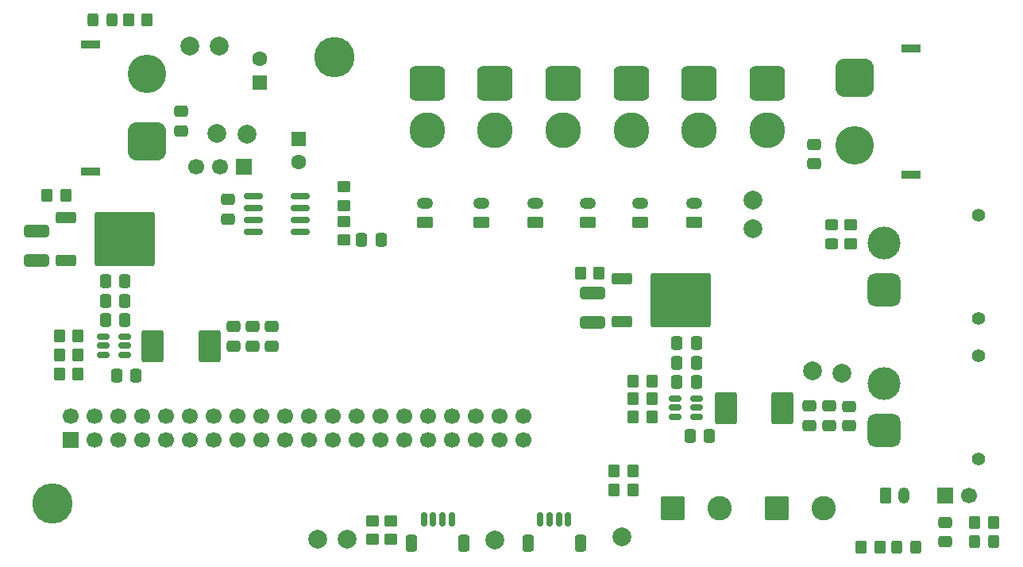
<source format=gts>
%TF.GenerationSoftware,KiCad,Pcbnew,9.0.5*%
%TF.CreationDate,2025-10-22T13:12:41-04:00*%
%TF.ProjectId,mainBoard,6d61696e-426f-4617-9264-2e6b69636164,rev?*%
%TF.SameCoordinates,Original*%
%TF.FileFunction,Soldermask,Top*%
%TF.FilePolarity,Negative*%
%FSLAX46Y46*%
G04 Gerber Fmt 4.6, Leading zero omitted, Abs format (unit mm)*
G04 Created by KiCad (PCBNEW 9.0.5) date 2025-10-22 13:12:41*
%MOMM*%
%LPD*%
G01*
G04 APERTURE LIST*
G04 Aperture macros list*
%AMRoundRect*
0 Rectangle with rounded corners*
0 $1 Rounding radius*
0 $2 $3 $4 $5 $6 $7 $8 $9 X,Y pos of 4 corners*
0 Add a 4 corners polygon primitive as box body*
4,1,4,$2,$3,$4,$5,$6,$7,$8,$9,$2,$3,0*
0 Add four circle primitives for the rounded corners*
1,1,$1+$1,$2,$3*
1,1,$1+$1,$4,$5*
1,1,$1+$1,$6,$7*
1,1,$1+$1,$8,$9*
0 Add four rect primitives between the rounded corners*
20,1,$1+$1,$2,$3,$4,$5,0*
20,1,$1+$1,$4,$5,$6,$7,0*
20,1,$1+$1,$6,$7,$8,$9,0*
20,1,$1+$1,$8,$9,$2,$3,0*%
G04 Aperture macros list end*
%ADD10RoundRect,0.250000X0.550000X-0.550000X0.550000X0.550000X-0.550000X0.550000X-0.550000X-0.550000X0*%
%ADD11C,1.600000*%
%ADD12RoundRect,0.250000X-0.550000X0.550000X-0.550000X-0.550000X0.550000X-0.550000X0.550000X0.550000X0*%
%ADD13C,2.000000*%
%ADD14RoundRect,0.250000X-0.475000X0.337500X-0.475000X-0.337500X0.475000X-0.337500X0.475000X0.337500X0*%
%ADD15RoundRect,0.250000X0.475000X-0.337500X0.475000X0.337500X-0.475000X0.337500X-0.475000X-0.337500X0*%
%ADD16RoundRect,0.250000X0.625000X-0.350000X0.625000X0.350000X-0.625000X0.350000X-0.625000X-0.350000X0*%
%ADD17O,1.750000X1.200000*%
%ADD18RoundRect,0.250000X-0.850000X-0.350000X0.850000X-0.350000X0.850000X0.350000X-0.850000X0.350000X0*%
%ADD19RoundRect,0.249997X-2.950003X-2.650003X2.950003X-2.650003X2.950003X2.650003X-2.950003X2.650003X0*%
%ADD20RoundRect,0.250000X-0.350000X-0.450000X0.350000X-0.450000X0.350000X0.450000X-0.350000X0.450000X0*%
%ADD21RoundRect,0.150000X0.150000X0.625000X-0.150000X0.625000X-0.150000X-0.625000X0.150000X-0.625000X0*%
%ADD22RoundRect,0.250000X0.350000X0.650000X-0.350000X0.650000X-0.350000X-0.650000X0.350000X-0.650000X0*%
%ADD23RoundRect,0.250000X0.337500X0.475000X-0.337500X0.475000X-0.337500X-0.475000X0.337500X-0.475000X0*%
%ADD24R,2.000000X0.900000*%
%ADD25RoundRect,1.025000X1.025000X-1.025000X1.025000X1.025000X-1.025000X1.025000X-1.025000X-1.025000X0*%
%ADD26C,4.100000*%
%ADD27RoundRect,0.250000X-0.337500X-0.475000X0.337500X-0.475000X0.337500X0.475000X-0.337500X0.475000X0*%
%ADD28R,1.700000X1.700000*%
%ADD29C,1.700000*%
%ADD30RoundRect,0.250000X0.350000X0.450000X-0.350000X0.450000X-0.350000X-0.450000X0.350000X-0.450000X0*%
%ADD31RoundRect,0.150000X0.512500X0.150000X-0.512500X0.150000X-0.512500X-0.150000X0.512500X-0.150000X0*%
%ADD32RoundRect,0.250000X-1.050000X-1.050000X1.050000X-1.050000X1.050000X1.050000X-1.050000X1.050000X0*%
%ADD33C,2.600000*%
%ADD34RoundRect,0.760000X-1.140000X1.140000X-1.140000X-1.140000X1.140000X-1.140000X1.140000X1.140000X0*%
%ADD35C,3.800000*%
%ADD36RoundRect,0.250000X0.450000X-0.350000X0.450000X0.350000X-0.450000X0.350000X-0.450000X-0.350000X0*%
%ADD37C,4.300000*%
%ADD38RoundRect,0.150000X-0.825000X-0.150000X0.825000X-0.150000X0.825000X0.150000X-0.825000X0.150000X0*%
%ADD39RoundRect,0.250000X-0.350000X-0.625000X0.350000X-0.625000X0.350000X0.625000X-0.350000X0.625000X0*%
%ADD40O,1.200000X1.750000*%
%ADD41RoundRect,0.235000X-0.940000X-1.465000X0.940000X-1.465000X0.940000X1.465000X-0.940000X1.465000X0*%
%ADD42RoundRect,0.250000X0.325000X0.450000X-0.325000X0.450000X-0.325000X-0.450000X0.325000X-0.450000X0*%
%ADD43RoundRect,0.250000X-0.325000X-0.450000X0.325000X-0.450000X0.325000X0.450000X-0.325000X0.450000X0*%
%ADD44RoundRect,1.025000X-1.025000X1.025000X-1.025000X-1.025000X1.025000X-1.025000X1.025000X1.025000X0*%
%ADD45RoundRect,0.250000X0.450000X-0.325000X0.450000X0.325000X-0.450000X0.325000X-0.450000X-0.325000X0*%
%ADD46RoundRect,0.250000X-1.075000X0.400000X-1.075000X-0.400000X1.075000X-0.400000X1.075000X0.400000X0*%
%ADD47C,1.400000*%
%ADD48RoundRect,0.770000X-0.980000X0.980000X-0.980000X-0.980000X0.980000X-0.980000X0.980000X0.980000X0*%
%ADD49C,3.500000*%
G04 APERTURE END LIST*
D10*
%TO.C,C28*%
X80485786Y-34096595D03*
D11*
X80485786Y-31596595D03*
%TD*%
D12*
%TO.C,C27*%
X84685786Y-40114215D03*
D11*
X84685786Y-42614215D03*
%TD*%
D13*
%TO.C,TP1*%
X73035786Y-30214215D03*
%TD*%
D14*
%TO.C,C24*%
X139085786Y-68576715D03*
X139085786Y-70651715D03*
%TD*%
D15*
%TO.C,C14*%
X77085786Y-48651715D03*
X77085786Y-46576715D03*
%TD*%
D16*
%TO.C,J14*%
X104085786Y-49014215D03*
D17*
X104085786Y-47014215D03*
%TD*%
D18*
%TO.C,Q2*%
X119085786Y-55014215D03*
D19*
X125385786Y-57294215D03*
D18*
X119085786Y-59574215D03*
%TD*%
D20*
%TO.C,R29*%
X59135786Y-61139215D03*
X61135786Y-61139215D03*
%TD*%
D21*
%TO.C,J20*%
X100985786Y-80689215D03*
X99985786Y-80689215D03*
X98985786Y-80689215D03*
X97985786Y-80689215D03*
D22*
X102285786Y-83214215D03*
X96685786Y-83214215D03*
%TD*%
D13*
%TO.C,TP9*%
X139385786Y-64864215D03*
%TD*%
%TO.C,TP7*%
X133085786Y-49714215D03*
%TD*%
D23*
%TO.C,C20*%
X66110786Y-59444215D03*
X64035786Y-59444215D03*
%TD*%
D13*
%TO.C,TP6*%
X75885786Y-39514215D03*
%TD*%
D24*
%TO.C,J1*%
X62485786Y-43564215D03*
X62485786Y-30064215D03*
D25*
X68485786Y-40414215D03*
D26*
X68485786Y-33214215D03*
%TD*%
D27*
%TO.C,C4*%
X126348286Y-71814215D03*
X128423286Y-71814215D03*
%TD*%
D20*
%TO.C,R4*%
X156710786Y-81014215D03*
X158710786Y-81014215D03*
%TD*%
D28*
%TO.C,J23*%
X60385786Y-72214215D03*
D29*
X60385786Y-69674215D03*
X62925786Y-72214215D03*
X62925786Y-69674215D03*
X65465786Y-72214215D03*
X65465786Y-69674215D03*
X68005786Y-72214215D03*
X68005786Y-69674215D03*
X70545786Y-72214215D03*
X70545786Y-69674215D03*
X73085786Y-72214215D03*
X73085786Y-69674215D03*
X75625786Y-72214215D03*
X75625786Y-69674215D03*
X78165786Y-72214215D03*
X78165786Y-69674215D03*
X80705786Y-72214215D03*
X80705786Y-69674215D03*
X83245786Y-72214215D03*
X83245786Y-69674215D03*
X85785786Y-72214215D03*
X85785786Y-69674215D03*
X88325786Y-72214215D03*
X88325786Y-69674215D03*
X90865786Y-72214215D03*
X90865786Y-69674215D03*
X93405786Y-72214215D03*
X93405786Y-69674215D03*
X95945786Y-72214215D03*
X95945786Y-69674215D03*
X98485786Y-72214215D03*
X98485786Y-69674215D03*
X101025786Y-72214215D03*
X101025786Y-69674215D03*
X103565786Y-72214215D03*
X103565786Y-69674215D03*
X106105786Y-72214215D03*
X106105786Y-69674215D03*
X108645786Y-72214215D03*
X108645786Y-69674215D03*
%TD*%
D27*
%TO.C,C21*%
X65248286Y-65314215D03*
X67323286Y-65314215D03*
%TD*%
D13*
%TO.C,TP3*%
X119085786Y-82514215D03*
%TD*%
D30*
%TO.C,R16*%
X120285786Y-75514215D03*
X118285786Y-75514215D03*
%TD*%
D31*
%TO.C,U1*%
X127085786Y-69714215D03*
X127085786Y-68764215D03*
X127085786Y-67814215D03*
X124810786Y-67814215D03*
X124810786Y-68764215D03*
X124810786Y-69714215D03*
%TD*%
D13*
%TO.C,TP5*%
X79185786Y-39614215D03*
%TD*%
D32*
%TO.C,J17*%
X135635786Y-79486715D03*
D33*
X140635786Y-79486715D03*
%TD*%
D34*
%TO.C,J7*%
X127335786Y-34214215D03*
D35*
X127335786Y-39214215D03*
%TD*%
D36*
%TO.C,R8*%
X143495786Y-51294215D03*
X143495786Y-49294215D03*
%TD*%
D37*
%TO.C,H2*%
X88485786Y-31414215D03*
%TD*%
D34*
%TO.C,J10*%
X105585786Y-34214215D03*
D35*
X105585786Y-39214215D03*
%TD*%
D38*
%TO.C,IC1*%
X79835786Y-46174215D03*
X79835786Y-47444215D03*
X79835786Y-48714215D03*
X79835786Y-49984215D03*
X84785786Y-49984215D03*
X84785786Y-48714215D03*
X84785786Y-47444215D03*
X84785786Y-46174215D03*
%TD*%
D20*
%TO.C,R28*%
X59135786Y-65139215D03*
X61135786Y-65139215D03*
%TD*%
D39*
%TO.C,J21*%
X147185786Y-78164215D03*
D40*
X149185786Y-78164215D03*
%TD*%
D36*
%TO.C,R24*%
X89485786Y-50914215D03*
X89485786Y-48914215D03*
%TD*%
D20*
%TO.C,R31*%
X144585786Y-83614215D03*
X146585786Y-83614215D03*
%TD*%
D16*
%TO.C,J26*%
X126835786Y-49014215D03*
D17*
X126835786Y-47014215D03*
%TD*%
D30*
%TO.C,R15*%
X120285786Y-77514215D03*
X118285786Y-77514215D03*
%TD*%
D32*
%TO.C,J5*%
X124485786Y-79514215D03*
D33*
X129485786Y-79514215D03*
%TD*%
D23*
%TO.C,C2*%
X127048286Y-63964215D03*
X124973286Y-63964215D03*
%TD*%
D34*
%TO.C,J6*%
X134585786Y-34214215D03*
D35*
X134585786Y-39214215D03*
%TD*%
D15*
%TO.C,C15*%
X153585786Y-83051715D03*
X153585786Y-80976715D03*
%TD*%
D14*
%TO.C,C5*%
X143295786Y-68614215D03*
X143295786Y-70689215D03*
%TD*%
D18*
%TO.C,Q3*%
X59810786Y-48509215D03*
D19*
X66110786Y-50789215D03*
D18*
X59810786Y-53069215D03*
%TD*%
D16*
%TO.C,J25*%
X121085786Y-49014215D03*
D17*
X121085786Y-47014215D03*
%TD*%
D41*
%TO.C,L5*%
X69110786Y-62214215D03*
X75160786Y-62214215D03*
%TD*%
D31*
%TO.C,U3*%
X66135786Y-63114215D03*
X66135786Y-62164215D03*
X66135786Y-61214215D03*
X63860786Y-61214215D03*
X63860786Y-62164215D03*
X63860786Y-63114215D03*
%TD*%
D16*
%TO.C,J15*%
X109835786Y-49014215D03*
D17*
X109835786Y-47014215D03*
%TD*%
D42*
%TO.C,D4*%
X150410786Y-83614215D03*
X148360786Y-83614215D03*
%TD*%
D43*
%TO.C,D2*%
X62685786Y-27414215D03*
X64735786Y-27414215D03*
%TD*%
D20*
%TO.C,R5*%
X66510786Y-27414215D03*
X68510786Y-27414215D03*
%TD*%
D30*
%TO.C,R30*%
X61135786Y-63139215D03*
X59135786Y-63139215D03*
%TD*%
D13*
%TO.C,TP10*%
X86685786Y-82814215D03*
%TD*%
D20*
%TO.C,R2*%
X120285786Y-65914215D03*
X122285786Y-65914215D03*
%TD*%
D37*
%TO.C,H1*%
X58385786Y-79014215D03*
%TD*%
D13*
%TO.C,TP4*%
X89785786Y-82814215D03*
%TD*%
D24*
%TO.C,J2*%
X149935786Y-30464215D03*
X149935786Y-43964215D03*
D44*
X143935786Y-33614215D03*
D26*
X143935786Y-40814215D03*
%TD*%
D23*
%TO.C,C3*%
X127048286Y-66014215D03*
X124973286Y-66014215D03*
%TD*%
D16*
%TO.C,J13*%
X98085786Y-49014215D03*
D17*
X98085786Y-47014215D03*
%TD*%
D27*
%TO.C,C16*%
X91348286Y-50914215D03*
X93423286Y-50914215D03*
%TD*%
D28*
%TO.C,J22*%
X153585786Y-78164215D03*
D29*
X156125786Y-78164215D03*
%TD*%
D34*
%TO.C,J8*%
X120085786Y-34214215D03*
D35*
X120085786Y-39214215D03*
%TD*%
D45*
%TO.C,D3*%
X141485786Y-51314215D03*
X141485786Y-49264215D03*
%TD*%
D14*
%TO.C,C17*%
X139585786Y-40676715D03*
X139585786Y-42751715D03*
%TD*%
D46*
%TO.C,R23*%
X56735786Y-49964215D03*
X56735786Y-53064215D03*
%TD*%
D23*
%TO.C,C19*%
X66110786Y-57414215D03*
X64035786Y-57414215D03*
%TD*%
D28*
%TO.C,J12*%
X78825786Y-43114215D03*
D29*
X76285786Y-43114215D03*
X73745786Y-43114215D03*
%TD*%
D13*
%TO.C,TP11*%
X76185786Y-30214215D03*
%TD*%
D23*
%TO.C,C1*%
X127048286Y-61914215D03*
X124973286Y-61914215D03*
%TD*%
D14*
%TO.C,C18*%
X72085786Y-37176715D03*
X72085786Y-39251715D03*
%TD*%
D46*
%TO.C,R13*%
X115985786Y-56564215D03*
X115985786Y-59664215D03*
%TD*%
D36*
%TO.C,R25*%
X92485786Y-82814215D03*
X92485786Y-80814215D03*
%TD*%
D13*
%TO.C,TP2*%
X142585786Y-65114215D03*
%TD*%
D14*
%TO.C,C6*%
X141185786Y-68576715D03*
X141185786Y-70651715D03*
%TD*%
D15*
%TO.C,C23*%
X79735786Y-62214215D03*
X79735786Y-60139215D03*
%TD*%
D47*
%TO.C,J3*%
X157085786Y-63214215D03*
X157085786Y-74214215D03*
D48*
X147085786Y-71214215D03*
D49*
X147085786Y-66214215D03*
%TD*%
D47*
%TO.C,J4*%
X157085786Y-48214215D03*
X157085786Y-59214215D03*
D48*
X147085786Y-56214215D03*
D49*
X147085786Y-51214215D03*
%TD*%
D13*
%TO.C,TP12*%
X105585786Y-82914215D03*
%TD*%
D21*
%TO.C,J16*%
X113385786Y-80664215D03*
X112385786Y-80664215D03*
X111385786Y-80664215D03*
X110385786Y-80664215D03*
D22*
X114685786Y-83189215D03*
X109085786Y-83189215D03*
%TD*%
D16*
%TO.C,J24*%
X115435786Y-49014215D03*
D17*
X115435786Y-47014215D03*
%TD*%
D30*
%TO.C,R9*%
X116685786Y-54419215D03*
X114685786Y-54419215D03*
%TD*%
D36*
%TO.C,R26*%
X94485786Y-82814215D03*
X94485786Y-80814215D03*
%TD*%
D41*
%TO.C,L1*%
X130160786Y-68814215D03*
X136210786Y-68814215D03*
%TD*%
D13*
%TO.C,TP8*%
X133085786Y-46614215D03*
%TD*%
D43*
%TO.C,D1*%
X156685786Y-83014215D03*
X158735786Y-83014215D03*
%TD*%
D30*
%TO.C,R1*%
X122285786Y-67814215D03*
X120285786Y-67814215D03*
%TD*%
D23*
%TO.C,C7*%
X66130786Y-55314215D03*
X64055786Y-55314215D03*
%TD*%
D15*
%TO.C,C25*%
X81735786Y-62214215D03*
X81735786Y-60139215D03*
%TD*%
D34*
%TO.C,J9*%
X112835786Y-34214215D03*
D35*
X112835786Y-39214215D03*
%TD*%
D30*
%TO.C,R27*%
X59835786Y-46114215D03*
X57835786Y-46114215D03*
%TD*%
D15*
%TO.C,C22*%
X77735786Y-62214215D03*
X77735786Y-60139215D03*
%TD*%
D20*
%TO.C,R12*%
X120285786Y-69714215D03*
X122285786Y-69714215D03*
%TD*%
D36*
%TO.C,R3*%
X89485786Y-47214215D03*
X89485786Y-45214215D03*
%TD*%
D34*
%TO.C,J11*%
X98335786Y-34214215D03*
D35*
X98335786Y-39214215D03*
%TD*%
M02*

</source>
